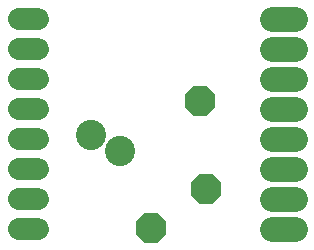
<source format=gbr>
G04 EAGLE Gerber X2 export*
G04 #@! %TF.Part,Single*
G04 #@! %TF.FileFunction,Soldermask,Bot,1*
G04 #@! %TF.FilePolarity,Negative*
G04 #@! %TF.GenerationSoftware,Autodesk,EAGLE,9.0.0*
G04 #@! %TF.CreationDate,2019-08-08T19:06:15Z*
G75*
%MOMM*%
%FSLAX34Y34*%
%LPD*%
%AMOC8*
5,1,8,0,0,1.08239X$1,22.5*%
G01*
%ADD10P,2.776763X8X112.500000*%
%ADD11C,2.565400*%
%ADD12C,1.879600*%
%ADD13C,2.082800*%


D10*
X259588Y133604D03*
X264922Y58674D03*
X217932Y26162D03*
D11*
X192024Y90678D03*
X166878Y104648D03*
D12*
X122682Y203200D02*
X105918Y203200D01*
X105918Y177800D02*
X122682Y177800D01*
X122682Y152400D02*
X105918Y152400D01*
X105918Y127000D02*
X122682Y127000D01*
X122682Y101600D02*
X105918Y101600D01*
X105918Y76200D02*
X122682Y76200D01*
X122682Y50800D02*
X105918Y50800D01*
X105918Y25400D02*
X122682Y25400D01*
D13*
X320802Y25400D02*
X339598Y25400D01*
X339598Y50800D02*
X320802Y50800D01*
X320802Y76200D02*
X339598Y76200D01*
X339598Y101600D02*
X320802Y101600D01*
X320802Y127000D02*
X339598Y127000D01*
X339598Y152400D02*
X320802Y152400D01*
X320802Y177800D02*
X339598Y177800D01*
X339598Y203200D02*
X320802Y203200D01*
M02*

</source>
